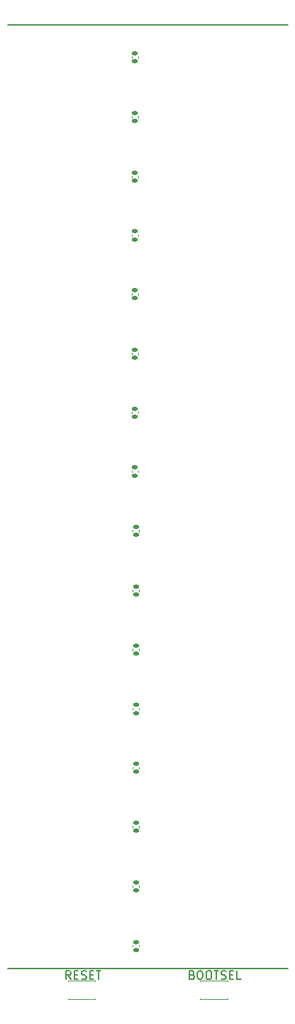
<source format=gbr>
G04 #@! TF.GenerationSoftware,KiCad,Pcbnew,7.0.7*
G04 #@! TF.CreationDate,2023-08-29T23:24:06-04:00*
G04 #@! TF.ProjectId,MicrocontrollerInputModule,4d696372-6f63-46f6-9e74-726f6c6c6572,V2*
G04 #@! TF.SameCoordinates,Original*
G04 #@! TF.FileFunction,Legend,Top*
G04 #@! TF.FilePolarity,Positive*
%FSLAX46Y46*%
G04 Gerber Fmt 4.6, Leading zero omitted, Abs format (unit mm)*
G04 Created by KiCad (PCBNEW 7.0.7) date 2023-08-29 23:24:06*
%MOMM*%
%LPD*%
G01*
G04 APERTURE LIST*
G04 Aperture macros list*
%AMRoundRect*
0 Rectangle with rounded corners*
0 $1 Rounding radius*
0 $2 $3 $4 $5 $6 $7 $8 $9 X,Y pos of 4 corners*
0 Add a 4 corners polygon primitive as box body*
4,1,4,$2,$3,$4,$5,$6,$7,$8,$9,$2,$3,0*
0 Add four circle primitives for the rounded corners*
1,1,$1+$1,$2,$3*
1,1,$1+$1,$4,$5*
1,1,$1+$1,$6,$7*
1,1,$1+$1,$8,$9*
0 Add four rect primitives between the rounded corners*
20,1,$1+$1,$2,$3,$4,$5,0*
20,1,$1+$1,$4,$5,$6,$7,0*
20,1,$1+$1,$6,$7,$8,$9,0*
20,1,$1+$1,$8,$9,$2,$3,0*%
G04 Aperture macros list end*
%ADD10C,0.150000*%
%ADD11C,0.120000*%
%ADD12R,0.500000X0.500000*%
%ADD13C,2.100000*%
%ADD14RoundRect,0.140000X-0.170000X0.140000X-0.170000X-0.140000X0.170000X-0.140000X0.170000X0.140000X0*%
%ADD15R,0.550000X1.500000*%
%ADD16C,6.200000*%
G04 APERTURE END LIST*
D10*
X50200000Y-165400000D02*
X83625000Y-165400000D01*
X50200000Y-53000000D02*
X83625000Y-53000000D01*
X72214123Y-166131009D02*
X72356980Y-166178628D01*
X72356980Y-166178628D02*
X72404599Y-166226247D01*
X72404599Y-166226247D02*
X72452218Y-166321485D01*
X72452218Y-166321485D02*
X72452218Y-166464342D01*
X72452218Y-166464342D02*
X72404599Y-166559580D01*
X72404599Y-166559580D02*
X72356980Y-166607200D01*
X72356980Y-166607200D02*
X72261742Y-166654819D01*
X72261742Y-166654819D02*
X71880790Y-166654819D01*
X71880790Y-166654819D02*
X71880790Y-165654819D01*
X71880790Y-165654819D02*
X72214123Y-165654819D01*
X72214123Y-165654819D02*
X72309361Y-165702438D01*
X72309361Y-165702438D02*
X72356980Y-165750057D01*
X72356980Y-165750057D02*
X72404599Y-165845295D01*
X72404599Y-165845295D02*
X72404599Y-165940533D01*
X72404599Y-165940533D02*
X72356980Y-166035771D01*
X72356980Y-166035771D02*
X72309361Y-166083390D01*
X72309361Y-166083390D02*
X72214123Y-166131009D01*
X72214123Y-166131009D02*
X71880790Y-166131009D01*
X73071266Y-165654819D02*
X73261742Y-165654819D01*
X73261742Y-165654819D02*
X73356980Y-165702438D01*
X73356980Y-165702438D02*
X73452218Y-165797676D01*
X73452218Y-165797676D02*
X73499837Y-165988152D01*
X73499837Y-165988152D02*
X73499837Y-166321485D01*
X73499837Y-166321485D02*
X73452218Y-166511961D01*
X73452218Y-166511961D02*
X73356980Y-166607200D01*
X73356980Y-166607200D02*
X73261742Y-166654819D01*
X73261742Y-166654819D02*
X73071266Y-166654819D01*
X73071266Y-166654819D02*
X72976028Y-166607200D01*
X72976028Y-166607200D02*
X72880790Y-166511961D01*
X72880790Y-166511961D02*
X72833171Y-166321485D01*
X72833171Y-166321485D02*
X72833171Y-165988152D01*
X72833171Y-165988152D02*
X72880790Y-165797676D01*
X72880790Y-165797676D02*
X72976028Y-165702438D01*
X72976028Y-165702438D02*
X73071266Y-165654819D01*
X74118885Y-165654819D02*
X74309361Y-165654819D01*
X74309361Y-165654819D02*
X74404599Y-165702438D01*
X74404599Y-165702438D02*
X74499837Y-165797676D01*
X74499837Y-165797676D02*
X74547456Y-165988152D01*
X74547456Y-165988152D02*
X74547456Y-166321485D01*
X74547456Y-166321485D02*
X74499837Y-166511961D01*
X74499837Y-166511961D02*
X74404599Y-166607200D01*
X74404599Y-166607200D02*
X74309361Y-166654819D01*
X74309361Y-166654819D02*
X74118885Y-166654819D01*
X74118885Y-166654819D02*
X74023647Y-166607200D01*
X74023647Y-166607200D02*
X73928409Y-166511961D01*
X73928409Y-166511961D02*
X73880790Y-166321485D01*
X73880790Y-166321485D02*
X73880790Y-165988152D01*
X73880790Y-165988152D02*
X73928409Y-165797676D01*
X73928409Y-165797676D02*
X74023647Y-165702438D01*
X74023647Y-165702438D02*
X74118885Y-165654819D01*
X74833171Y-165654819D02*
X75404599Y-165654819D01*
X75118885Y-166654819D02*
X75118885Y-165654819D01*
X75690314Y-166607200D02*
X75833171Y-166654819D01*
X75833171Y-166654819D02*
X76071266Y-166654819D01*
X76071266Y-166654819D02*
X76166504Y-166607200D01*
X76166504Y-166607200D02*
X76214123Y-166559580D01*
X76214123Y-166559580D02*
X76261742Y-166464342D01*
X76261742Y-166464342D02*
X76261742Y-166369104D01*
X76261742Y-166369104D02*
X76214123Y-166273866D01*
X76214123Y-166273866D02*
X76166504Y-166226247D01*
X76166504Y-166226247D02*
X76071266Y-166178628D01*
X76071266Y-166178628D02*
X75880790Y-166131009D01*
X75880790Y-166131009D02*
X75785552Y-166083390D01*
X75785552Y-166083390D02*
X75737933Y-166035771D01*
X75737933Y-166035771D02*
X75690314Y-165940533D01*
X75690314Y-165940533D02*
X75690314Y-165845295D01*
X75690314Y-165845295D02*
X75737933Y-165750057D01*
X75737933Y-165750057D02*
X75785552Y-165702438D01*
X75785552Y-165702438D02*
X75880790Y-165654819D01*
X75880790Y-165654819D02*
X76118885Y-165654819D01*
X76118885Y-165654819D02*
X76261742Y-165702438D01*
X76690314Y-166131009D02*
X77023647Y-166131009D01*
X77166504Y-166654819D02*
X76690314Y-166654819D01*
X76690314Y-166654819D02*
X76690314Y-165654819D01*
X76690314Y-165654819D02*
X77166504Y-165654819D01*
X78071266Y-166654819D02*
X77595076Y-166654819D01*
X77595076Y-166654819D02*
X77595076Y-165654819D01*
X57729618Y-166654819D02*
X57396285Y-166178628D01*
X57158190Y-166654819D02*
X57158190Y-165654819D01*
X57158190Y-165654819D02*
X57539142Y-165654819D01*
X57539142Y-165654819D02*
X57634380Y-165702438D01*
X57634380Y-165702438D02*
X57681999Y-165750057D01*
X57681999Y-165750057D02*
X57729618Y-165845295D01*
X57729618Y-165845295D02*
X57729618Y-165988152D01*
X57729618Y-165988152D02*
X57681999Y-166083390D01*
X57681999Y-166083390D02*
X57634380Y-166131009D01*
X57634380Y-166131009D02*
X57539142Y-166178628D01*
X57539142Y-166178628D02*
X57158190Y-166178628D01*
X58158190Y-166131009D02*
X58491523Y-166131009D01*
X58634380Y-166654819D02*
X58158190Y-166654819D01*
X58158190Y-166654819D02*
X58158190Y-165654819D01*
X58158190Y-165654819D02*
X58634380Y-165654819D01*
X59015333Y-166607200D02*
X59158190Y-166654819D01*
X59158190Y-166654819D02*
X59396285Y-166654819D01*
X59396285Y-166654819D02*
X59491523Y-166607200D01*
X59491523Y-166607200D02*
X59539142Y-166559580D01*
X59539142Y-166559580D02*
X59586761Y-166464342D01*
X59586761Y-166464342D02*
X59586761Y-166369104D01*
X59586761Y-166369104D02*
X59539142Y-166273866D01*
X59539142Y-166273866D02*
X59491523Y-166226247D01*
X59491523Y-166226247D02*
X59396285Y-166178628D01*
X59396285Y-166178628D02*
X59205809Y-166131009D01*
X59205809Y-166131009D02*
X59110571Y-166083390D01*
X59110571Y-166083390D02*
X59062952Y-166035771D01*
X59062952Y-166035771D02*
X59015333Y-165940533D01*
X59015333Y-165940533D02*
X59015333Y-165845295D01*
X59015333Y-165845295D02*
X59062952Y-165750057D01*
X59062952Y-165750057D02*
X59110571Y-165702438D01*
X59110571Y-165702438D02*
X59205809Y-165654819D01*
X59205809Y-165654819D02*
X59443904Y-165654819D01*
X59443904Y-165654819D02*
X59586761Y-165702438D01*
X60015333Y-166131009D02*
X60348666Y-166131009D01*
X60491523Y-166654819D02*
X60015333Y-166654819D01*
X60015333Y-166654819D02*
X60015333Y-165654819D01*
X60015333Y-165654819D02*
X60491523Y-165654819D01*
X60777238Y-165654819D02*
X61348666Y-165654819D01*
X61062952Y-166654819D02*
X61062952Y-165654819D01*
D11*
X65040000Y-77972164D02*
X65040000Y-78187836D01*
X65760000Y-77972164D02*
X65760000Y-78187836D01*
X65040000Y-56772164D02*
X65040000Y-56987836D01*
X65760000Y-56772164D02*
X65760000Y-56987836D01*
X65040000Y-84972164D02*
X65040000Y-85187836D01*
X65760000Y-84972164D02*
X65760000Y-85187836D01*
X73200000Y-166774000D02*
X76440000Y-166774000D01*
X76440000Y-168914000D02*
X76440000Y-169014000D01*
X73200000Y-169014000D02*
X76440000Y-169014000D01*
X73200000Y-166774000D02*
X73200000Y-166874000D01*
X73200000Y-168914000D02*
X73200000Y-169014000D01*
X76440000Y-166774000D02*
X76440000Y-166874000D01*
X65140000Y-127272164D02*
X65140000Y-127487836D01*
X65860000Y-127272164D02*
X65860000Y-127487836D01*
X65140000Y-155472164D02*
X65140000Y-155687836D01*
X65860000Y-155472164D02*
X65860000Y-155687836D01*
X65140000Y-148372164D02*
X65140000Y-148587836D01*
X65860000Y-148372164D02*
X65860000Y-148587836D01*
X65040000Y-99072164D02*
X65040000Y-99287836D01*
X65760000Y-99072164D02*
X65760000Y-99287836D01*
X65040000Y-92072164D02*
X65040000Y-92287836D01*
X65760000Y-92072164D02*
X65760000Y-92287836D01*
X65140000Y-134372164D02*
X65140000Y-134587836D01*
X65860000Y-134372164D02*
X65860000Y-134587836D01*
X60630000Y-169014000D02*
X57390000Y-169014000D01*
X57390000Y-166874000D02*
X57390000Y-166774000D01*
X60630000Y-166774000D02*
X57390000Y-166774000D01*
X60630000Y-169014000D02*
X60630000Y-168914000D01*
X60630000Y-166874000D02*
X60630000Y-166774000D01*
X57390000Y-169014000D02*
X57390000Y-168914000D01*
X65040000Y-63872164D02*
X65040000Y-64087836D01*
X65760000Y-63872164D02*
X65760000Y-64087836D01*
X65140000Y-113172164D02*
X65140000Y-113387836D01*
X65860000Y-113172164D02*
X65860000Y-113387836D01*
X65040000Y-106072164D02*
X65040000Y-106287836D01*
X65760000Y-106072164D02*
X65760000Y-106287836D01*
X65140000Y-141372164D02*
X65140000Y-141587836D01*
X65860000Y-141372164D02*
X65860000Y-141587836D01*
X65040000Y-70972164D02*
X65040000Y-71187836D01*
X65760000Y-70972164D02*
X65760000Y-71187836D01*
X65140000Y-162572164D02*
X65140000Y-162787836D01*
X65860000Y-162572164D02*
X65860000Y-162787836D01*
X65140000Y-120272164D02*
X65140000Y-120487836D01*
X65860000Y-120272164D02*
X65860000Y-120487836D01*
%LPC*%
D12*
X77934000Y-153687500D03*
X77934000Y-152787500D03*
X77034000Y-152787500D03*
X77034000Y-153687500D03*
X67365000Y-132549500D03*
X67365000Y-131649500D03*
X66465000Y-131649500D03*
X66465000Y-132549500D03*
X81457000Y-90273500D03*
X81457000Y-89373500D03*
X80557000Y-89373500D03*
X80557000Y-90273500D03*
D13*
X80420000Y-169300000D03*
D12*
X74411000Y-69135500D03*
X74411000Y-68235500D03*
X73511000Y-68235500D03*
X73511000Y-69135500D03*
X60319000Y-153687500D03*
X60319000Y-152787500D03*
X59419000Y-152787500D03*
X59419000Y-153687500D03*
X53273000Y-136072500D03*
X53273000Y-135172500D03*
X52373000Y-135172500D03*
X52373000Y-136072500D03*
X70888000Y-104365500D03*
X70888000Y-103465500D03*
X69988000Y-103465500D03*
X69988000Y-104365500D03*
X63842000Y-97319500D03*
X63842000Y-96419500D03*
X62942000Y-96419500D03*
X62942000Y-97319500D03*
X67365000Y-107888500D03*
X67365000Y-106988500D03*
X66465000Y-106988500D03*
X66465000Y-107888500D03*
X81457000Y-93796500D03*
X81457000Y-92896500D03*
X80557000Y-92896500D03*
X80557000Y-93796500D03*
X67365000Y-111411500D03*
X67365000Y-110511500D03*
X66465000Y-110511500D03*
X66465000Y-111411500D03*
X60319000Y-76181500D03*
X60319000Y-75281500D03*
X59419000Y-75281500D03*
X59419000Y-76181500D03*
X81457000Y-121980500D03*
X81457000Y-121080500D03*
X80557000Y-121080500D03*
X80557000Y-121980500D03*
X60319000Y-114934500D03*
X60319000Y-114034500D03*
X59419000Y-114034500D03*
X59419000Y-114934500D03*
X56796000Y-114934500D03*
X56796000Y-114034500D03*
X55896000Y-114034500D03*
X55896000Y-114934500D03*
D14*
X65400000Y-77600000D03*
X65400000Y-78560000D03*
X65400000Y-56400000D03*
X65400000Y-57360000D03*
D12*
X70888000Y-146641500D03*
X70888000Y-145741500D03*
X69988000Y-145741500D03*
X69988000Y-146641500D03*
X67365000Y-100842500D03*
X67365000Y-99942500D03*
X66465000Y-99942500D03*
X66465000Y-100842500D03*
X77934000Y-160733500D03*
X77934000Y-159833500D03*
X77034000Y-159833500D03*
X77034000Y-160733500D03*
X81457000Y-143118500D03*
X81457000Y-142218500D03*
X80557000Y-142218500D03*
X80557000Y-143118500D03*
X53273000Y-164256500D03*
X53273000Y-163356500D03*
X52373000Y-163356500D03*
X52373000Y-164256500D03*
X56796000Y-76181500D03*
X56796000Y-75281500D03*
X55896000Y-75281500D03*
X55896000Y-76181500D03*
X67365000Y-143118500D03*
X67365000Y-142218500D03*
X66465000Y-142218500D03*
X66465000Y-143118500D03*
X77934000Y-136072500D03*
X77934000Y-135172500D03*
X77034000Y-135172500D03*
X77034000Y-136072500D03*
X67365000Y-146641500D03*
X67365000Y-145741500D03*
X66465000Y-145741500D03*
X66465000Y-146641500D03*
X70888000Y-107888500D03*
X70888000Y-106988500D03*
X69988000Y-106988500D03*
X69988000Y-107888500D03*
X60319000Y-97319500D03*
X60319000Y-96419500D03*
X59419000Y-96419500D03*
X59419000Y-97319500D03*
X81457000Y-164256500D03*
X81457000Y-163356500D03*
X80557000Y-163356500D03*
X80557000Y-164256500D03*
X70888000Y-69135500D03*
X70888000Y-68235500D03*
X69988000Y-68235500D03*
X69988000Y-69135500D03*
X56796000Y-111411500D03*
X56796000Y-110511500D03*
X55896000Y-110511500D03*
X55896000Y-111411500D03*
X63842000Y-139595500D03*
X63842000Y-138695500D03*
X62942000Y-138695500D03*
X62942000Y-139595500D03*
X77934000Y-65612500D03*
X77934000Y-64712500D03*
X77034000Y-64712500D03*
X77034000Y-65612500D03*
X70888000Y-132549500D03*
X70888000Y-131649500D03*
X69988000Y-131649500D03*
X69988000Y-132549500D03*
X56796000Y-93796500D03*
X56796000Y-92896500D03*
X55896000Y-92896500D03*
X55896000Y-93796500D03*
X74411000Y-86750500D03*
X74411000Y-85850500D03*
X73511000Y-85850500D03*
X73511000Y-86750500D03*
D13*
X53410000Y-169300000D03*
D12*
X63842000Y-164256500D03*
X63842000Y-163356500D03*
X62942000Y-163356500D03*
X62942000Y-164256500D03*
X60319000Y-100842500D03*
X60319000Y-99942500D03*
X59419000Y-99942500D03*
X59419000Y-100842500D03*
X63842000Y-160733500D03*
X63842000Y-159833500D03*
X62942000Y-159833500D03*
X62942000Y-160733500D03*
X60319000Y-164256500D03*
X60319000Y-163356500D03*
X59419000Y-163356500D03*
X59419000Y-164256500D03*
X53273000Y-86750500D03*
X53273000Y-85850500D03*
X52373000Y-85850500D03*
X52373000Y-86750500D03*
X74411000Y-150164500D03*
X74411000Y-149264500D03*
X73511000Y-149264500D03*
X73511000Y-150164500D03*
X74411000Y-114934500D03*
X74411000Y-114034500D03*
X73511000Y-114034500D03*
X73511000Y-114934500D03*
X56796000Y-65612500D03*
X56796000Y-64712500D03*
X55896000Y-64712500D03*
X55896000Y-65612500D03*
X70888000Y-153687500D03*
X70888000Y-152787500D03*
X69988000Y-152787500D03*
X69988000Y-153687500D03*
X81457000Y-79704500D03*
X81457000Y-78804500D03*
X80557000Y-78804500D03*
X80557000Y-79704500D03*
X67365000Y-139595500D03*
X67365000Y-138695500D03*
X66465000Y-138695500D03*
X66465000Y-139595500D03*
X56796000Y-107888500D03*
X56796000Y-106988500D03*
X55896000Y-106988500D03*
X55896000Y-107888500D03*
X63842000Y-114934500D03*
X63842000Y-114034500D03*
X62942000Y-114034500D03*
X62942000Y-114934500D03*
X56796000Y-100842500D03*
X56796000Y-99942500D03*
X55896000Y-99942500D03*
X55896000Y-100842500D03*
X60319000Y-55043500D03*
X60319000Y-54143500D03*
X59419000Y-54143500D03*
X59419000Y-55043500D03*
X77934000Y-139595500D03*
X77934000Y-138695500D03*
X77034000Y-138695500D03*
X77034000Y-139595500D03*
X60319000Y-93796500D03*
X60319000Y-92896500D03*
X59419000Y-92896500D03*
X59419000Y-93796500D03*
X53273000Y-107888500D03*
X53273000Y-106988500D03*
X52373000Y-106988500D03*
X52373000Y-107888500D03*
X56796000Y-136072500D03*
X56796000Y-135172500D03*
X55896000Y-135172500D03*
X55896000Y-136072500D03*
X67365000Y-83227500D03*
X67365000Y-82327500D03*
X66465000Y-82327500D03*
X66465000Y-83227500D03*
X70888000Y-121980500D03*
X70888000Y-121080500D03*
X69988000Y-121080500D03*
X69988000Y-121980500D03*
X67365000Y-150164500D03*
X67365000Y-149264500D03*
X66465000Y-149264500D03*
X66465000Y-150164500D03*
X60319000Y-104365500D03*
X60319000Y-103465500D03*
X59419000Y-103465500D03*
X59419000Y-104365500D03*
X81457000Y-97319500D03*
X81457000Y-96419500D03*
X80557000Y-96419500D03*
X80557000Y-97319500D03*
X67365000Y-55043500D03*
X67365000Y-54143500D03*
X66465000Y-54143500D03*
X66465000Y-55043500D03*
X53273000Y-129026500D03*
X53273000Y-128126500D03*
X52373000Y-128126500D03*
X52373000Y-129026500D03*
X81457000Y-86750500D03*
X81457000Y-85850500D03*
X80557000Y-85850500D03*
X80557000Y-86750500D03*
X53273000Y-146641500D03*
X53273000Y-145741500D03*
X52373000Y-145741500D03*
X52373000Y-146641500D03*
X81457000Y-111411500D03*
X81457000Y-110511500D03*
X80557000Y-110511500D03*
X80557000Y-111411500D03*
X56796000Y-104365500D03*
X56796000Y-103465500D03*
X55896000Y-103465500D03*
X55896000Y-104365500D03*
X63842000Y-107888500D03*
X63842000Y-106988500D03*
X62942000Y-106988500D03*
X62942000Y-107888500D03*
X74411000Y-125503500D03*
X74411000Y-124603500D03*
X73511000Y-124603500D03*
X73511000Y-125503500D03*
X77934000Y-164256500D03*
X77934000Y-163356500D03*
X77034000Y-163356500D03*
X77034000Y-164256500D03*
X53273000Y-93796500D03*
X53273000Y-92896500D03*
X52373000Y-92896500D03*
X52373000Y-93796500D03*
X60319000Y-132549500D03*
X60319000Y-131649500D03*
X59419000Y-131649500D03*
X59419000Y-132549500D03*
X67365000Y-90273500D03*
X67365000Y-89373500D03*
X66465000Y-89373500D03*
X66465000Y-90273500D03*
X70888000Y-157210500D03*
X70888000Y-156310500D03*
X69988000Y-156310500D03*
X69988000Y-157210500D03*
X53273000Y-121980500D03*
X53273000Y-121080500D03*
X52373000Y-121080500D03*
X52373000Y-121980500D03*
X67365000Y-62089500D03*
X67365000Y-61189500D03*
X66465000Y-61189500D03*
X66465000Y-62089500D03*
X81457000Y-83227500D03*
X81457000Y-82327500D03*
X80557000Y-82327500D03*
X80557000Y-83227500D03*
X56796000Y-90273500D03*
X56796000Y-89373500D03*
X55896000Y-89373500D03*
X55896000Y-90273500D03*
X70888000Y-143118500D03*
X70888000Y-142218500D03*
X69988000Y-142218500D03*
X69988000Y-143118500D03*
X67365000Y-72658500D03*
X67365000Y-71758500D03*
X66465000Y-71758500D03*
X66465000Y-72658500D03*
X74411000Y-79704500D03*
X74411000Y-78804500D03*
X73511000Y-78804500D03*
X73511000Y-79704500D03*
X67365000Y-65612500D03*
X67365000Y-64712500D03*
X66465000Y-64712500D03*
X66465000Y-65612500D03*
X63842000Y-93796500D03*
X63842000Y-92896500D03*
X62942000Y-92896500D03*
X62942000Y-93796500D03*
X63842000Y-125503500D03*
X63842000Y-124603500D03*
X62942000Y-124603500D03*
X62942000Y-125503500D03*
X53273000Y-58566500D03*
X53273000Y-57666500D03*
X52373000Y-57666500D03*
X52373000Y-58566500D03*
X56796000Y-86750500D03*
X56796000Y-85850500D03*
X55896000Y-85850500D03*
X55896000Y-86750500D03*
X56796000Y-129026500D03*
X56796000Y-128126500D03*
X55896000Y-128126500D03*
X55896000Y-129026500D03*
X77934000Y-143118500D03*
X77934000Y-142218500D03*
X77034000Y-142218500D03*
X77034000Y-143118500D03*
X63842000Y-86750500D03*
X63842000Y-85850500D03*
X62942000Y-85850500D03*
X62942000Y-86750500D03*
X60319000Y-157210500D03*
X60319000Y-156310500D03*
X59419000Y-156310500D03*
X59419000Y-157210500D03*
X81457000Y-132549500D03*
X81457000Y-131649500D03*
X80557000Y-131649500D03*
X80557000Y-132549500D03*
X81457000Y-72658500D03*
X81457000Y-71758500D03*
X80557000Y-71758500D03*
X80557000Y-72658500D03*
X63842000Y-111411500D03*
X63842000Y-110511500D03*
X62942000Y-110511500D03*
X62942000Y-111411500D03*
X60319000Y-107888500D03*
X60319000Y-106988500D03*
X59419000Y-106988500D03*
X59419000Y-107888500D03*
X63842000Y-143118500D03*
X63842000Y-142218500D03*
X62942000Y-142218500D03*
X62942000Y-143118500D03*
X70888000Y-118457500D03*
X70888000Y-117557500D03*
X69988000Y-117557500D03*
X69988000Y-118457500D03*
X70888000Y-90273500D03*
X70888000Y-89373500D03*
X69988000Y-89373500D03*
X69988000Y-90273500D03*
X56796000Y-143118500D03*
X56796000Y-142218500D03*
X55896000Y-142218500D03*
X55896000Y-143118500D03*
X70888000Y-150164500D03*
X70888000Y-149264500D03*
X69988000Y-149264500D03*
X69988000Y-150164500D03*
D14*
X65400000Y-84600000D03*
X65400000Y-85560000D03*
D12*
X53273000Y-160733500D03*
X53273000Y-159833500D03*
X52373000Y-159833500D03*
X52373000Y-160733500D03*
X67365000Y-86750500D03*
X67365000Y-85850500D03*
X66465000Y-85850500D03*
X66465000Y-86750500D03*
X74411000Y-121980500D03*
X74411000Y-121080500D03*
X73511000Y-121080500D03*
X73511000Y-121980500D03*
X60319000Y-139595500D03*
X60319000Y-138695500D03*
X59419000Y-138695500D03*
X59419000Y-139595500D03*
X67365000Y-69135500D03*
X67365000Y-68235500D03*
X66465000Y-68235500D03*
X66465000Y-69135500D03*
X56796000Y-146641500D03*
X56796000Y-145741500D03*
X55896000Y-145741500D03*
X55896000Y-146641500D03*
X63842000Y-58566500D03*
X63842000Y-57666500D03*
X62942000Y-57666500D03*
X62942000Y-58566500D03*
X67365000Y-118457500D03*
X67365000Y-117557500D03*
X66465000Y-117557500D03*
X66465000Y-118457500D03*
X56796000Y-139595500D03*
X56796000Y-138695500D03*
X55896000Y-138695500D03*
X55896000Y-139595500D03*
X74411000Y-118457500D03*
X74411000Y-117557500D03*
X73511000Y-117557500D03*
X73511000Y-118457500D03*
X60319000Y-150164500D03*
X60319000Y-149264500D03*
X59419000Y-149264500D03*
X59419000Y-150164500D03*
X81457000Y-118457500D03*
X81457000Y-117557500D03*
X80557000Y-117557500D03*
X80557000Y-118457500D03*
X70888000Y-55043500D03*
X70888000Y-54143500D03*
X69988000Y-54143500D03*
X69988000Y-55043500D03*
X70888000Y-160733500D03*
X70888000Y-159833500D03*
X69988000Y-159833500D03*
X69988000Y-160733500D03*
X67365000Y-125503500D03*
X67365000Y-124603500D03*
X66465000Y-124603500D03*
X66465000Y-125503500D03*
X56796000Y-118457500D03*
X56796000Y-117557500D03*
X55896000Y-117557500D03*
X55896000Y-118457500D03*
X81457000Y-157210500D03*
X81457000Y-156310500D03*
X80557000Y-156310500D03*
X80557000Y-157210500D03*
X74411000Y-111411500D03*
X74411000Y-110511500D03*
X73511000Y-110511500D03*
X73511000Y-111411500D03*
X70888000Y-164256500D03*
X70888000Y-163356500D03*
X69988000Y-163356500D03*
X69988000Y-164256500D03*
X74411000Y-139595500D03*
X74411000Y-138695500D03*
X73511000Y-138695500D03*
X73511000Y-139595500D03*
X53273000Y-157210500D03*
X53273000Y-156310500D03*
X52373000Y-156310500D03*
X52373000Y-157210500D03*
X70888000Y-65612500D03*
X70888000Y-64712500D03*
X69988000Y-64712500D03*
X69988000Y-65612500D03*
X53273000Y-72658500D03*
X53273000Y-71758500D03*
X52373000Y-71758500D03*
X52373000Y-72658500D03*
X74411000Y-58566500D03*
X74411000Y-57666500D03*
X73511000Y-57666500D03*
X73511000Y-58566500D03*
X60319000Y-118457500D03*
X60319000Y-117557500D03*
X59419000Y-117557500D03*
X59419000Y-118457500D03*
X77934000Y-129026500D03*
X77934000Y-128126500D03*
X77034000Y-128126500D03*
X77034000Y-129026500D03*
X70888000Y-114934500D03*
X70888000Y-114034500D03*
X69988000Y-114034500D03*
X69988000Y-114934500D03*
X70888000Y-62089500D03*
X70888000Y-61189500D03*
X69988000Y-61189500D03*
X69988000Y-62089500D03*
X74411000Y-107888500D03*
X74411000Y-106988500D03*
X73511000Y-106988500D03*
X73511000Y-107888500D03*
X56796000Y-79704500D03*
X56796000Y-78804500D03*
X55896000Y-78804500D03*
X55896000Y-79704500D03*
X77934000Y-132549500D03*
X77934000Y-131649500D03*
X77034000Y-131649500D03*
X77034000Y-132549500D03*
X81457000Y-139595500D03*
X81457000Y-138695500D03*
X80557000Y-138695500D03*
X80557000Y-139595500D03*
X70888000Y-97319500D03*
X70888000Y-96419500D03*
X69988000Y-96419500D03*
X69988000Y-97319500D03*
X77934000Y-72658500D03*
X77934000Y-71758500D03*
X77034000Y-71758500D03*
X77034000Y-72658500D03*
X60319000Y-79704500D03*
X60319000Y-78804500D03*
X59419000Y-78804500D03*
X59419000Y-79704500D03*
X56796000Y-160733500D03*
X56796000Y-159833500D03*
X55896000Y-159833500D03*
X55896000Y-160733500D03*
D15*
X73195000Y-167894000D03*
X76445000Y-167894000D03*
D12*
X60319000Y-65612500D03*
X60319000Y-64712500D03*
X59419000Y-64712500D03*
X59419000Y-65612500D03*
X60319000Y-121980500D03*
X60319000Y-121080500D03*
X59419000Y-121080500D03*
X59419000Y-121980500D03*
X74411000Y-104365500D03*
X74411000Y-103465500D03*
X73511000Y-103465500D03*
X73511000Y-104365500D03*
X60319000Y-90273500D03*
X60319000Y-89373500D03*
X59419000Y-89373500D03*
X59419000Y-90273500D03*
X77934000Y-104365500D03*
X77934000Y-103465500D03*
X77034000Y-103465500D03*
X77034000Y-104365500D03*
X74411000Y-143118500D03*
X74411000Y-142218500D03*
X73511000Y-142218500D03*
X73511000Y-143118500D03*
X63842000Y-62089500D03*
X63842000Y-61189500D03*
X62942000Y-61189500D03*
X62942000Y-62089500D03*
X67365000Y-157210500D03*
X67365000Y-156310500D03*
X66465000Y-156310500D03*
X66465000Y-157210500D03*
X70888000Y-93796500D03*
X70888000Y-92896500D03*
X69988000Y-92896500D03*
X69988000Y-93796500D03*
X74411000Y-100842500D03*
X74411000Y-99942500D03*
X73511000Y-99942500D03*
X73511000Y-100842500D03*
X63842000Y-104365500D03*
X63842000Y-103465500D03*
X62942000Y-103465500D03*
X62942000Y-104365500D03*
X60319000Y-136072500D03*
X60319000Y-135172500D03*
X59419000Y-135172500D03*
X59419000Y-136072500D03*
X77934000Y-58566500D03*
X77934000Y-57666500D03*
X77034000Y-57666500D03*
X77034000Y-58566500D03*
X77934000Y-97319500D03*
X77934000Y-96419500D03*
X77034000Y-96419500D03*
X77034000Y-97319500D03*
X77934000Y-157210500D03*
X77934000Y-156310500D03*
X77034000Y-156310500D03*
X77034000Y-157210500D03*
X63842000Y-129026500D03*
X63842000Y-128126500D03*
X62942000Y-128126500D03*
X62942000Y-129026500D03*
X67365000Y-153687500D03*
X67365000Y-152787500D03*
X66465000Y-152787500D03*
X66465000Y-153687500D03*
X56796000Y-58566500D03*
X56796000Y-57666500D03*
X55896000Y-57666500D03*
X55896000Y-58566500D03*
X53273000Y-76181500D03*
X53273000Y-75281500D03*
X52373000Y-75281500D03*
X52373000Y-76181500D03*
X81457000Y-125503500D03*
X81457000Y-124603500D03*
X80557000Y-124603500D03*
X80557000Y-125503500D03*
X74411000Y-83227500D03*
X74411000Y-82327500D03*
X73511000Y-82327500D03*
X73511000Y-83227500D03*
X53273000Y-55043500D03*
X53273000Y-54143500D03*
X52373000Y-54143500D03*
X52373000Y-55043500D03*
X60319000Y-69135500D03*
X60319000Y-68235500D03*
X59419000Y-68235500D03*
X59419000Y-69135500D03*
X81457000Y-69135500D03*
X81457000Y-68235500D03*
X80557000Y-68235500D03*
X80557000Y-69135500D03*
X63842000Y-153687500D03*
X63842000Y-152787500D03*
X62942000Y-152787500D03*
X62942000Y-153687500D03*
X77934000Y-86750500D03*
X77934000Y-85850500D03*
X77034000Y-85850500D03*
X77034000Y-86750500D03*
X60319000Y-146641500D03*
X60319000Y-145741500D03*
X59419000Y-145741500D03*
X59419000Y-146641500D03*
X67365000Y-79704500D03*
X67365000Y-78804500D03*
X66465000Y-78804500D03*
X66465000Y-79704500D03*
X60319000Y-86750500D03*
X60319000Y-85850500D03*
X59419000Y-85850500D03*
X59419000Y-86750500D03*
X81457000Y-65612500D03*
X81457000Y-64712500D03*
X80557000Y-64712500D03*
X80557000Y-65612500D03*
X81457000Y-76181500D03*
X81457000Y-75281500D03*
X80557000Y-75281500D03*
X80557000Y-76181500D03*
X70888000Y-136072500D03*
X70888000Y-135172500D03*
X69988000Y-135172500D03*
X69988000Y-136072500D03*
X67365000Y-97319500D03*
X67365000Y-96419500D03*
X66465000Y-96419500D03*
X66465000Y-97319500D03*
X81457000Y-114934500D03*
X81457000Y-114034500D03*
X80557000Y-114034500D03*
X80557000Y-114934500D03*
X63842000Y-121980500D03*
X63842000Y-121080500D03*
X62942000Y-121080500D03*
X62942000Y-121980500D03*
X63842000Y-146641500D03*
X63842000Y-145741500D03*
X62942000Y-145741500D03*
X62942000Y-146641500D03*
X74411000Y-132549500D03*
X74411000Y-131649500D03*
X73511000Y-131649500D03*
X73511000Y-132549500D03*
X70888000Y-79704500D03*
X70888000Y-78804500D03*
X69988000Y-78804500D03*
X69988000Y-79704500D03*
X74411000Y-65612500D03*
X74411000Y-64712500D03*
X73511000Y-64712500D03*
X73511000Y-65612500D03*
X53273000Y-125503500D03*
X53273000Y-124603500D03*
X52373000Y-124603500D03*
X52373000Y-125503500D03*
D14*
X65500000Y-126900000D03*
X65500000Y-127860000D03*
D12*
X53273000Y-111411500D03*
X53273000Y-110511500D03*
X52373000Y-110511500D03*
X52373000Y-111411500D03*
X53273000Y-90273500D03*
X53273000Y-89373500D03*
X52373000Y-89373500D03*
X52373000Y-90273500D03*
X74411000Y-136072500D03*
X74411000Y-135172500D03*
X73511000Y-135172500D03*
X73511000Y-136072500D03*
X74411000Y-146641500D03*
X74411000Y-145741500D03*
X73511000Y-145741500D03*
X73511000Y-146641500D03*
X81457000Y-160733500D03*
X81457000Y-159833500D03*
X80557000Y-159833500D03*
X80557000Y-160733500D03*
X77934000Y-150164500D03*
X77934000Y-149264500D03*
X77034000Y-149264500D03*
X77034000Y-150164500D03*
D14*
X65500000Y-155100000D03*
X65500000Y-156060000D03*
D12*
X77934000Y-107888500D03*
X77934000Y-106988500D03*
X77034000Y-106988500D03*
X77034000Y-107888500D03*
D14*
X65500000Y-148000000D03*
X65500000Y-148960000D03*
D12*
X56796000Y-72658500D03*
X56796000Y-71758500D03*
X55896000Y-71758500D03*
X55896000Y-72658500D03*
X77934000Y-79704500D03*
X77934000Y-78804500D03*
X77034000Y-78804500D03*
X77034000Y-79704500D03*
X53273000Y-143118500D03*
X53273000Y-142218500D03*
X52373000Y-142218500D03*
X52373000Y-143118500D03*
X77934000Y-62089500D03*
X77934000Y-61189500D03*
X77034000Y-61189500D03*
X77034000Y-62089500D03*
X63842000Y-76181500D03*
X63842000Y-75281500D03*
X62942000Y-75281500D03*
X62942000Y-76181500D03*
X56796000Y-150164500D03*
X56796000Y-149264500D03*
X55896000Y-149264500D03*
X55896000Y-150164500D03*
X53273000Y-150164500D03*
X53273000Y-149264500D03*
X52373000Y-149264500D03*
X52373000Y-150164500D03*
D14*
X65400000Y-98700000D03*
X65400000Y-99660000D03*
D12*
X56796000Y-132549500D03*
X56796000Y-131649500D03*
X55896000Y-131649500D03*
X55896000Y-132549500D03*
X74411000Y-97319500D03*
X74411000Y-96419500D03*
X73511000Y-96419500D03*
X73511000Y-97319500D03*
X74411000Y-62089500D03*
X74411000Y-61189500D03*
X73511000Y-61189500D03*
X73511000Y-62089500D03*
X63842000Y-69135500D03*
X63842000Y-68235500D03*
X62942000Y-68235500D03*
X62942000Y-69135500D03*
X67365000Y-136072500D03*
X67365000Y-135172500D03*
X66465000Y-135172500D03*
X66465000Y-136072500D03*
X63842000Y-55043500D03*
X63842000Y-54143500D03*
X62942000Y-54143500D03*
X62942000Y-55043500D03*
D14*
X65400000Y-91700000D03*
X65400000Y-92660000D03*
D12*
X70888000Y-129026500D03*
X70888000Y-128126500D03*
X69988000Y-128126500D03*
X69988000Y-129026500D03*
X77934000Y-93796500D03*
X77934000Y-92896500D03*
X77034000Y-92896500D03*
X77034000Y-93796500D03*
X60319000Y-83227500D03*
X60319000Y-82327500D03*
X59419000Y-82327500D03*
X59419000Y-83227500D03*
X60319000Y-111411500D03*
X60319000Y-110511500D03*
X59419000Y-110511500D03*
X59419000Y-111411500D03*
X60319000Y-129026500D03*
X60319000Y-128126500D03*
X59419000Y-128126500D03*
X59419000Y-129026500D03*
X67365000Y-160733500D03*
X67365000Y-159833500D03*
X66465000Y-159833500D03*
X66465000Y-160733500D03*
X77934000Y-125503500D03*
X77934000Y-124603500D03*
X77034000Y-124603500D03*
X77034000Y-125503500D03*
X67365000Y-58566500D03*
X67365000Y-57666500D03*
X66465000Y-57666500D03*
X66465000Y-58566500D03*
X53273000Y-97319500D03*
X53273000Y-96419500D03*
X52373000Y-96419500D03*
X52373000Y-97319500D03*
X74411000Y-153687500D03*
X74411000Y-152787500D03*
X73511000Y-152787500D03*
X73511000Y-153687500D03*
X70888000Y-76181500D03*
X70888000Y-75281500D03*
X69988000Y-75281500D03*
X69988000Y-76181500D03*
X63842000Y-90273500D03*
X63842000Y-89373500D03*
X62942000Y-89373500D03*
X62942000Y-90273500D03*
X53273000Y-104365500D03*
X53273000Y-103465500D03*
X52373000Y-103465500D03*
X52373000Y-104365500D03*
X74411000Y-90273500D03*
X74411000Y-89373500D03*
X73511000Y-89373500D03*
X73511000Y-90273500D03*
X63842000Y-118457500D03*
X63842000Y-117557500D03*
X62942000Y-117557500D03*
X62942000Y-118457500D03*
X56796000Y-153687500D03*
X56796000Y-152787500D03*
X55896000Y-152787500D03*
X55896000Y-153687500D03*
D14*
X65500000Y-134000000D03*
X65500000Y-134960000D03*
D12*
X63842000Y-100842500D03*
X63842000Y-99942500D03*
X62942000Y-99942500D03*
X62942000Y-100842500D03*
X74411000Y-76181500D03*
X74411000Y-75281500D03*
X73511000Y-75281500D03*
X73511000Y-76181500D03*
X81457000Y-104365500D03*
X81457000Y-103465500D03*
X80557000Y-103465500D03*
X80557000Y-104365500D03*
X53273000Y-65612500D03*
X53273000Y-64712500D03*
X52373000Y-64712500D03*
X52373000Y-65612500D03*
X77934000Y-111411500D03*
X77934000Y-110511500D03*
X77034000Y-110511500D03*
X77034000Y-111411500D03*
X56796000Y-62089500D03*
X56796000Y-61189500D03*
X55896000Y-61189500D03*
X55896000Y-62089500D03*
X77934000Y-69135500D03*
X77934000Y-68235500D03*
X77034000Y-68235500D03*
X77034000Y-69135500D03*
X67365000Y-164256500D03*
X67365000Y-163356500D03*
X66465000Y-163356500D03*
X66465000Y-164256500D03*
X81457000Y-107888500D03*
X81457000Y-106988500D03*
X80557000Y-106988500D03*
X80557000Y-107888500D03*
X60319000Y-160733500D03*
X60319000Y-159833500D03*
X59419000Y-159833500D03*
X59419000Y-160733500D03*
X81457000Y-62089500D03*
X81457000Y-61189500D03*
X80557000Y-61189500D03*
X80557000Y-62089500D03*
X53273000Y-79704500D03*
X53273000Y-78804500D03*
X52373000Y-78804500D03*
X52373000Y-79704500D03*
X56796000Y-164256500D03*
X56796000Y-163356500D03*
X55896000Y-163356500D03*
X55896000Y-164256500D03*
X77934000Y-121980500D03*
X77934000Y-121080500D03*
X77034000Y-121080500D03*
X77034000Y-121980500D03*
X70888000Y-100842500D03*
X70888000Y-99942500D03*
X69988000Y-99942500D03*
X69988000Y-100842500D03*
X77934000Y-76181500D03*
X77934000Y-75281500D03*
X77034000Y-75281500D03*
X77034000Y-76181500D03*
X77934000Y-114934500D03*
X77934000Y-114034500D03*
X77034000Y-114034500D03*
X77034000Y-114934500D03*
X53273000Y-132549500D03*
X53273000Y-131649500D03*
X52373000Y-131649500D03*
X52373000Y-132549500D03*
X63842000Y-136072500D03*
X63842000Y-135172500D03*
X62942000Y-135172500D03*
X62942000Y-136072500D03*
X67365000Y-104365500D03*
X67365000Y-103465500D03*
X66465000Y-103465500D03*
X66465000Y-104365500D03*
X81457000Y-100842500D03*
X81457000Y-99942500D03*
X80557000Y-99942500D03*
X80557000Y-100842500D03*
X67365000Y-114934500D03*
X67365000Y-114034500D03*
X66465000Y-114034500D03*
X66465000Y-114934500D03*
X63842000Y-150164500D03*
X63842000Y-149264500D03*
X62942000Y-149264500D03*
X62942000Y-150164500D03*
X53273000Y-153687500D03*
X53273000Y-152787500D03*
X52373000Y-152787500D03*
X52373000Y-153687500D03*
X56796000Y-157210500D03*
X56796000Y-156310500D03*
X55896000Y-156310500D03*
X55896000Y-157210500D03*
X63842000Y-132549500D03*
X63842000Y-131649500D03*
X62942000Y-131649500D03*
X62942000Y-132549500D03*
X77934000Y-90273500D03*
X77934000Y-89373500D03*
X77034000Y-89373500D03*
X77034000Y-90273500D03*
X53273000Y-118457500D03*
X53273000Y-117557500D03*
X52373000Y-117557500D03*
X52373000Y-118457500D03*
X81457000Y-55043500D03*
X81457000Y-54143500D03*
X80557000Y-54143500D03*
X80557000Y-55043500D03*
X77934000Y-118457500D03*
X77934000Y-117557500D03*
X77034000Y-117557500D03*
X77034000Y-118457500D03*
X70888000Y-125503500D03*
X70888000Y-124603500D03*
X69988000Y-124603500D03*
X69988000Y-125503500D03*
X77934000Y-55043500D03*
X77934000Y-54143500D03*
X77034000Y-54143500D03*
X77034000Y-55043500D03*
X63842000Y-65612500D03*
X63842000Y-64712500D03*
X62942000Y-64712500D03*
X62942000Y-65612500D03*
X63842000Y-83227500D03*
X63842000Y-82327500D03*
X62942000Y-82327500D03*
X62942000Y-83227500D03*
X70888000Y-83227500D03*
X70888000Y-82327500D03*
X69988000Y-82327500D03*
X69988000Y-83227500D03*
X81457000Y-58566500D03*
X81457000Y-57666500D03*
X80557000Y-57666500D03*
X80557000Y-58566500D03*
D15*
X60635000Y-167894000D03*
X57385000Y-167894000D03*
D12*
X77934000Y-83227500D03*
X77934000Y-82327500D03*
X77034000Y-82327500D03*
X77034000Y-83227500D03*
X63842000Y-79704500D03*
X63842000Y-78804500D03*
X62942000Y-78804500D03*
X62942000Y-79704500D03*
X74411000Y-129026500D03*
X74411000Y-128126500D03*
X73511000Y-128126500D03*
X73511000Y-129026500D03*
X60319000Y-72658500D03*
X60319000Y-71758500D03*
X59419000Y-71758500D03*
X59419000Y-72658500D03*
D14*
X65400000Y-63500000D03*
X65400000Y-64460000D03*
D12*
X67365000Y-121980500D03*
X67365000Y-121080500D03*
X66465000Y-121080500D03*
X66465000Y-121980500D03*
X74411000Y-93796500D03*
X74411000Y-92896500D03*
X73511000Y-92896500D03*
X73511000Y-93796500D03*
X81457000Y-150164500D03*
X81457000Y-149264500D03*
X80557000Y-149264500D03*
X80557000Y-150164500D03*
X70888000Y-139595500D03*
X70888000Y-138695500D03*
X69988000Y-138695500D03*
X69988000Y-139595500D03*
X56796000Y-121980500D03*
X56796000Y-121080500D03*
X55896000Y-121080500D03*
X55896000Y-121980500D03*
X67365000Y-129026500D03*
X67365000Y-128126500D03*
X66465000Y-128126500D03*
X66465000Y-129026500D03*
X56796000Y-83227500D03*
X56796000Y-82327500D03*
X55896000Y-82327500D03*
X55896000Y-83227500D03*
X63842000Y-72658500D03*
X63842000Y-71758500D03*
X62942000Y-71758500D03*
X62942000Y-72658500D03*
X77934000Y-100842500D03*
X77934000Y-99942500D03*
X77034000Y-99942500D03*
X77034000Y-100842500D03*
X70888000Y-72658500D03*
X70888000Y-71758500D03*
X69988000Y-71758500D03*
X69988000Y-72658500D03*
X53273000Y-114934500D03*
X53273000Y-114034500D03*
X52373000Y-114034500D03*
X52373000Y-114934500D03*
X53273000Y-62089500D03*
X53273000Y-61189500D03*
X52373000Y-61189500D03*
X52373000Y-62089500D03*
X63842000Y-157210500D03*
X63842000Y-156310500D03*
X62942000Y-156310500D03*
X62942000Y-157210500D03*
X53273000Y-83227500D03*
X53273000Y-82327500D03*
X52373000Y-82327500D03*
X52373000Y-83227500D03*
X77934000Y-146641500D03*
X77934000Y-145741500D03*
X77034000Y-145741500D03*
X77034000Y-146641500D03*
X70888000Y-58566500D03*
X70888000Y-57666500D03*
X69988000Y-57666500D03*
X69988000Y-58566500D03*
X67365000Y-76181500D03*
X67365000Y-75281500D03*
X66465000Y-75281500D03*
X66465000Y-76181500D03*
X81457000Y-136072500D03*
X81457000Y-135172500D03*
X80557000Y-135172500D03*
X80557000Y-136072500D03*
D14*
X65500000Y-112800000D03*
X65500000Y-113760000D03*
D12*
X60319000Y-58566500D03*
X60319000Y-57666500D03*
X59419000Y-57666500D03*
X59419000Y-58566500D03*
X70888000Y-86750500D03*
X70888000Y-85850500D03*
X69988000Y-85850500D03*
X69988000Y-86750500D03*
X81457000Y-146641500D03*
X81457000Y-145741500D03*
X80557000Y-145741500D03*
X80557000Y-146641500D03*
D14*
X65400000Y-105700000D03*
X65400000Y-106660000D03*
D12*
X81457000Y-153687500D03*
X81457000Y-152787500D03*
X80557000Y-152787500D03*
X80557000Y-153687500D03*
X56796000Y-69135500D03*
X56796000Y-68235500D03*
X55896000Y-68235500D03*
X55896000Y-69135500D03*
X60319000Y-62089500D03*
X60319000Y-61189500D03*
X59419000Y-61189500D03*
X59419000Y-62089500D03*
X74411000Y-157210500D03*
X74411000Y-156310500D03*
X73511000Y-156310500D03*
X73511000Y-157210500D03*
X53273000Y-139595500D03*
X53273000Y-138695500D03*
X52373000Y-138695500D03*
X52373000Y-139595500D03*
D14*
X65500000Y-141000000D03*
X65500000Y-141960000D03*
X65400000Y-70600000D03*
X65400000Y-71560000D03*
X65500000Y-162200000D03*
X65500000Y-163160000D03*
D12*
X56796000Y-55043500D03*
X56796000Y-54143500D03*
X55896000Y-54143500D03*
X55896000Y-55043500D03*
X74411000Y-72658500D03*
X74411000Y-71758500D03*
X73511000Y-71758500D03*
X73511000Y-72658500D03*
X56796000Y-125503500D03*
X56796000Y-124603500D03*
X55896000Y-124603500D03*
X55896000Y-125503500D03*
X74411000Y-164256500D03*
X74411000Y-163356500D03*
X73511000Y-163356500D03*
X73511000Y-164256500D03*
X67365000Y-93796500D03*
X67365000Y-92896500D03*
X66465000Y-92896500D03*
X66465000Y-93796500D03*
X53273000Y-100842500D03*
X53273000Y-99942500D03*
X52373000Y-99942500D03*
X52373000Y-100842500D03*
X74411000Y-55043500D03*
X74411000Y-54143500D03*
X73511000Y-54143500D03*
X73511000Y-55043500D03*
X60319000Y-125503500D03*
X60319000Y-124603500D03*
X59419000Y-124603500D03*
X59419000Y-125503500D03*
X56796000Y-97319500D03*
X56796000Y-96419500D03*
X55896000Y-96419500D03*
X55896000Y-97319500D03*
X53273000Y-69135500D03*
X53273000Y-68235500D03*
X52373000Y-68235500D03*
X52373000Y-69135500D03*
X70888000Y-111411500D03*
X70888000Y-110511500D03*
X69988000Y-110511500D03*
X69988000Y-111411500D03*
X81457000Y-129026500D03*
X81457000Y-128126500D03*
X80557000Y-128126500D03*
X80557000Y-129026500D03*
X74411000Y-160733500D03*
X74411000Y-159833500D03*
X73511000Y-159833500D03*
X73511000Y-160733500D03*
D14*
X65500000Y-119900000D03*
X65500000Y-120860000D03*
D12*
X60319000Y-143118500D03*
X60319000Y-142218500D03*
X59419000Y-142218500D03*
X59419000Y-143118500D03*
D16*
X59010000Y-174000000D03*
X74820000Y-174000000D03*
%LPD*%
M02*

</source>
